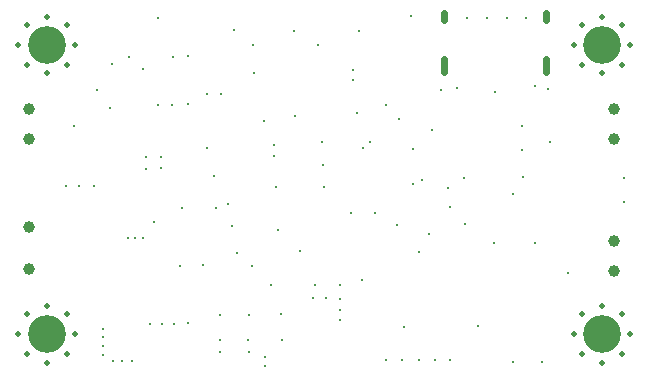
<source format=gbr>
%TF.GenerationSoftware,KiCad,Pcbnew,9.0.6-9.0.6~ubuntu24.04.1*%
%TF.CreationDate,2025-12-01T15:32:03+03:00*%
%TF.ProjectId,canfilter_g4,63616e66-696c-4746-9572-5f67342e6b69,rev?*%
%TF.SameCoordinates,Original*%
%TF.FileFunction,Plated,1,4,PTH,Mixed*%
%TF.FilePolarity,Positive*%
%FSLAX46Y46*%
G04 Gerber Fmt 4.6, Leading zero omitted, Abs format (unit mm)*
G04 Created by KiCad (PCBNEW 9.0.6-9.0.6~ubuntu24.04.1) date 2025-12-01 15:32:03*
%MOMM*%
%LPD*%
G01*
G04 APERTURE LIST*
%TA.AperFunction,ViaDrill*%
%ADD10C,0.300000*%
%TD*%
%TA.AperFunction,ComponentDrill*%
%ADD11C,0.500000*%
%TD*%
G04 aperture for slot hole*
%TA.AperFunction,ComponentDrill*%
%ADD12C,0.600000*%
%TD*%
%TA.AperFunction,ComponentDrill*%
%ADD13C,1.000000*%
%TD*%
%TA.AperFunction,ComponentDrill*%
%ADD14C,3.200000*%
%TD*%
G04 APERTURE END LIST*
D10*
X125600000Y-96900000D03*
X126300000Y-91900000D03*
X126750000Y-96900000D03*
X128000000Y-96950000D03*
X128250000Y-88800000D03*
X128750000Y-111250000D03*
X128800000Y-109050000D03*
X128800000Y-109700000D03*
X128800000Y-110500000D03*
X129350000Y-90300000D03*
X129550000Y-86600000D03*
X129600000Y-111750000D03*
X130400000Y-111750000D03*
X130850000Y-101350000D03*
X130925813Y-86009437D03*
X131250000Y-111750000D03*
X131500000Y-101350000D03*
X132150000Y-87000000D03*
X132150000Y-101350000D03*
X132400000Y-94500000D03*
X132400000Y-95500000D03*
X132700000Y-108600000D03*
X133050000Y-100000000D03*
X133400000Y-82700000D03*
X133450000Y-90100000D03*
X133700000Y-94450000D03*
X133700000Y-95450000D03*
X133750000Y-108600000D03*
X134600000Y-90050000D03*
X134700000Y-86050000D03*
X134800000Y-108600000D03*
X135300000Y-103750000D03*
X135450000Y-98800000D03*
X135950000Y-90000000D03*
X136000000Y-85900000D03*
X136000000Y-108550000D03*
X137250000Y-103600000D03*
X137600000Y-89150000D03*
X137600000Y-93750000D03*
X138150000Y-96050000D03*
X138349000Y-98800000D03*
X138700000Y-107850000D03*
X138700000Y-110000000D03*
X138700000Y-111000000D03*
X138750000Y-89150000D03*
X139350000Y-98450000D03*
X139650000Y-100350000D03*
X139850000Y-83750000D03*
X140150000Y-102600000D03*
X141050000Y-110000000D03*
X141100000Y-107850000D03*
X141100000Y-111000000D03*
X141350000Y-103750000D03*
X141450000Y-84975000D03*
X141550000Y-87375000D03*
X142400000Y-91400000D03*
X142500000Y-111400000D03*
X142500000Y-112200000D03*
X143000000Y-105350000D03*
X143200000Y-93450000D03*
X143200000Y-94400000D03*
X143400000Y-97000000D03*
X143550000Y-100700000D03*
X143800000Y-107800000D03*
X143900000Y-109950000D03*
X144950000Y-83800000D03*
X145050000Y-91000000D03*
X145400000Y-102400000D03*
X146550000Y-106450000D03*
X146750000Y-105350000D03*
X146950000Y-84975000D03*
X147300000Y-93200000D03*
X147350000Y-95200000D03*
X147450000Y-97000000D03*
X147650000Y-106450000D03*
X148800000Y-105300000D03*
X148800000Y-106500000D03*
X148800000Y-107400000D03*
X148800000Y-108300000D03*
X149800000Y-99200000D03*
X149925000Y-88000000D03*
X149950000Y-87150000D03*
X150300000Y-90750000D03*
X150450000Y-83800000D03*
X150650000Y-104900000D03*
X150775303Y-93749758D03*
X151400000Y-93250000D03*
X151800000Y-99200000D03*
X152750000Y-90100000D03*
X152750000Y-111650000D03*
X153650000Y-100250000D03*
X153800000Y-91250000D03*
X154050000Y-111650000D03*
X154250000Y-108900000D03*
X154800000Y-82550000D03*
X155000000Y-93800000D03*
X155034456Y-96807772D03*
X155500000Y-111650000D03*
X155550000Y-102550000D03*
X155750000Y-96450000D03*
X156400000Y-101000000D03*
X156600000Y-92200000D03*
X156900000Y-111650000D03*
X157400000Y-88800000D03*
X157950000Y-97150000D03*
X158100000Y-98700000D03*
X158150000Y-111650000D03*
X158750000Y-88650000D03*
X159300000Y-96250000D03*
X159450000Y-100150000D03*
X159550000Y-82750000D03*
X160500000Y-108750000D03*
X161250000Y-82750000D03*
X161900000Y-101800000D03*
X161950000Y-89000000D03*
X162950000Y-82750000D03*
X163450000Y-97600000D03*
X163500000Y-111850000D03*
X164200000Y-91850000D03*
X164200000Y-93850000D03*
X164350000Y-96200000D03*
X164600000Y-82750000D03*
X165350000Y-88450000D03*
X165350000Y-101750000D03*
X165900000Y-111850000D03*
X166450000Y-88750000D03*
X166600000Y-93250000D03*
X168150000Y-104300000D03*
X172900000Y-96250000D03*
X172900000Y-98300000D03*
D11*
%TO.C,H101*%
X121600000Y-85000000D03*
%TO.C,H102*%
X121600000Y-109500000D03*
%TO.C,H101*%
X122302944Y-83302944D03*
X122302944Y-86697056D03*
%TO.C,H102*%
X122302944Y-107802944D03*
X122302944Y-111197056D03*
%TO.C,H101*%
X124000000Y-82600000D03*
X124000000Y-87400000D03*
%TO.C,H102*%
X124000000Y-107100000D03*
X124000000Y-111900000D03*
%TO.C,H101*%
X125697056Y-83302944D03*
X125697056Y-86697056D03*
%TO.C,H102*%
X125697056Y-107802944D03*
X125697056Y-111197056D03*
%TO.C,H101*%
X126400000Y-85000000D03*
%TO.C,H102*%
X126400000Y-109500000D03*
%TO.C,H103*%
X168600000Y-85000000D03*
%TO.C,H104*%
X168600000Y-109500000D03*
%TO.C,H103*%
X169302944Y-83302944D03*
X169302944Y-86697056D03*
%TO.C,H104*%
X169302944Y-107802944D03*
X169302944Y-111197056D03*
%TO.C,H103*%
X171000000Y-82600000D03*
X171000000Y-87400000D03*
%TO.C,H104*%
X171000000Y-107100000D03*
X171000000Y-111900000D03*
%TO.C,H103*%
X172697056Y-83302944D03*
X172697056Y-86697056D03*
%TO.C,H104*%
X172697056Y-107802944D03*
X172697056Y-111197056D03*
%TO.C,H103*%
X173400000Y-85000000D03*
%TO.C,H104*%
X173400000Y-109500000D03*
D12*
%TO.C,J601*%
X157630000Y-82275000D02*
X157630000Y-82875000D01*
X157630000Y-86205000D02*
X157630000Y-87305000D01*
X166270000Y-82275000D02*
X166270000Y-82875000D01*
X166270000Y-86205000D02*
X166270000Y-87305000D01*
D13*
%TO.C,J101*%
X122500000Y-90400000D03*
X122500000Y-92940000D03*
%TO.C,J105*%
X122500000Y-100400000D03*
%TO.C,J104*%
X122500000Y-104000000D03*
%TO.C,J103*%
X172000000Y-90410000D03*
X172000000Y-92950000D03*
%TO.C,J102*%
X172000000Y-101560000D03*
X172000000Y-104100000D03*
D14*
%TO.C,H101*%
X124000000Y-85000000D03*
%TO.C,H102*%
X124000000Y-109500000D03*
%TO.C,H103*%
X171000000Y-85000000D03*
%TO.C,H104*%
X171000000Y-109500000D03*
M02*

</source>
